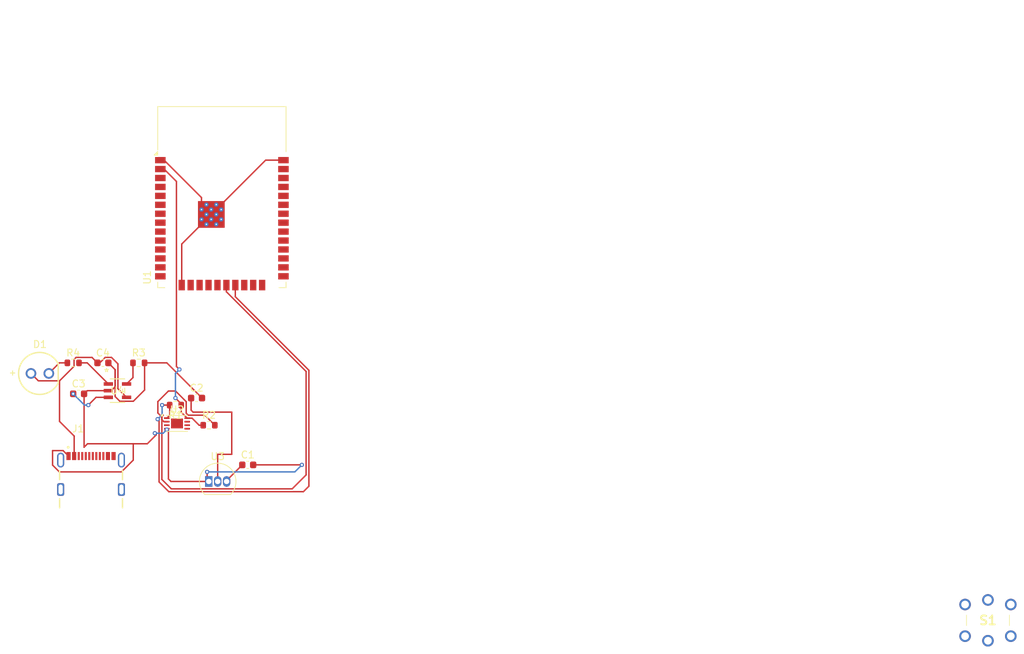
<source format=kicad_pcb>
(kicad_pcb (version 20240108) (generator "pcbnew") (generator_version "8.0")
  (layers (0 "F.Cu" signal) (31 "B.Cu" signal) (34 "B.Paste" user) (35 "F.Paste" user) (36 "B.SilkS" user "B.Silkscreen") (37 "F.SilkS" user "F.Silkscreen") (38 "B.Mask" user) (39 "F.Mask" user) (44 "Edge.Cuts" user))
  (net 0 "")
  (net 1 "GND")
  (net 2 "Net-(U3-VO)")
  (net 3 "vbat")
  (net 4 "Net-(U4-VBAT)")
  (net 5 "Net-(J1-VBUS)")
  (net 6 "Net-(D1-Pad2)")
  (net 21 "Net-(U1-SDO{slash}SD0)")
  (net 22 "+3.3V")
  (net 23 "Net-(U1-SCK{slash}CLK)")
  (net 24 "Net-(U4-PROG)")
  (net 25 "Net-(U4-STAT)")
  (net 33 "Net-(U1-GND-Pad1)")
  (footprint "Resistor_SMD:R_0603_1608Metric" (layer "F.Cu") (at 120.5 107 180)
    (property "Reference" "R1" (at 0 -1.43 360) (layer "F.SilkS"))
    (property "Value" "R")
    (fp_line (start -0.237258 0.5225) (end 0.237258 0.5225) (stroke (width 0.12)) (layer "F.SilkS"))
    (fp_line (start -0.237258 -0.5225) (end 0.237258 -0.5225) (stroke (width 0.12)) (layer "F.SilkS"))
    (pad "1" smd roundrect (at -0.825 0 180) (size 0.8 0.95) (layers "F.Cu" "F.Paste" "F.Mask") (net 22 "+3.3V"))
    (pad "2" smd roundrect (at 0.825 0 180) (size 0.8 0.95) (layers "F.Cu" "F.Paste" "F.Mask") (net 21 "Net-(U1-SDO{slash}SD0)"))
  )
  (footprint "myproject:GCT_USB4105GFA120" (layer "F.Cu") (at 108.5 119)
    (property "Reference" "J1" (at -1.825 -8.635 0) (layer "F.SilkS"))
    (property "Value" "USB4105GFA120")
    (fp_line (start -4.47 -2.65) (end -4.47 -1.4) (stroke (width 0.2)) (layer "F.SilkS"))
    (fp_line (start -4.47 1.32) (end -4.47 2.6) (stroke (width 0.2)) (layer "F.SilkS"))
    (fp_line (start 4.47 -2.65) (end 4.47 -1.4) (stroke (width 0.2)) (layer "F.SilkS"))
    (fp_line (start 4.47 2.6) (end 4.47 1.32) (stroke (width 0.2)) (layer "F.SilkS"))
    (fp_circle (center -3.25 -6) (end -3.15 -6) (stroke (width 0.2)) (fill none) (layer "F.SilkS"))
    (pad "" np_thru_hole circle (at -2.89 -3.68) (size 0.65 0.65) (drill 0.65) (layers "*.Cu" "*.Mask"))
    (pad "" np_thru_hole circle (at 2.89 -3.68) (size 0.65 0.65) (drill 0.65) (layers "*.Cu" "*.Mask"))
    (pad "A1_B12" smd rect (at -3.2 -4.755) (size 0.6 1.15) (layers "F.Cu" "F.Paste" "F.Mask") (net 1 "GND"))
    (pad "A4_B9" smd rect (at -2.4 -4.755) (size 0.6 1.15) (layers "F.Cu" "F.Paste" "F.Mask") (net 5 "Net-(J1-VBUS)"))
    (pad "A5" smd rect (at -1.25 -4.755) (size 0.3 1.15) (layers "F.Cu" "F.Paste" "F.Mask"))
    (pad "A6" smd rect (at -0.25 -4.755) (size 0.3 1.15) (layers "F.Cu" "F.Paste" "F.Mask"))
    (pad "A7" smd rect (at 0.25 -4.755) (size 0.3 1.15) (layers "F.Cu" "F.Paste" "F.Mask"))
    (pad "A8" smd rect (at 1.25 -4.755) (size 0.3 1.15) (layers "F.Cu" "F.Paste" "F.Mask"))
    (pad "B1_A12" smd rect (at 3.2 -4.755) (size 0.6 1.15) (layers "F.Cu" "F.Paste" "F.Mask"))
    (pad "B4_A9" smd rect (at 2.4 -4.755) (size 0.6 1.15) (layers "F.Cu" "F.Paste" "F.Mask"))
    (pad "B5" smd rect (at 1.75 -4.755) (size 0.3 1.15) (layers "F.Cu" "F.Paste" "F.Mask"))
    (pad "B6" smd rect (at 0.75 -4.755) (size 0.3 1.15) (layers "F.Cu" "F.Paste" "F.Mask"))
    (pad "B7" smd rect (at -0.75 -4.755) (size 0.3 1.15) (layers "F.Cu" "F.Paste" "F.Mask"))
    (pad "B8" smd rect (at -1.75 -4.755) (size 0.3 1.15) (layers "F.Cu" "F.Paste" "F.Mask"))
    (pad "SH1" thru_hole oval (at -4.32 -4.18) (size 1 2.1) (drill oval 0.6 1.7) (layers "*.Cu" "*.Mask"))
    (pad "SH2" thru_hole oval (at 4.32 -4.18) (size 1 2.1) (drill oval 0.6 1.7) (layers "*.Cu" "*.Mask"))
    (pad "SH3" thru_hole roundrect (at -4.32 0) (size 1 1.8) (drill oval 0.6 1.4) (layers "*.Cu" "*.Mask"))
    (pad "SH4" thru_hole roundrect (at 4.32 0) (size 1 1.8) (drill oval 0.6 1.4) (layers "*.Cu" "*.Mask"))
  )
  (footprint "myproject:WL-TMRC_5MM" (layer "F.Cu") (at 101.23 102.5)
    (property "Reference" "D1" (at 0 -4.135 0) (layer "F.SilkS"))
    (property "Value" "WL-TMRC_5MM")
    (fp_line (start 2.6 -1.38) (end 2.6 1.38) (stroke (width 0.2)) (layer "F.SilkS"))
    (fp_arc (start 2.6 1.38) (mid -3.031505 0) (end 2.6 -1.38) (stroke (width 0.2)) (layer "F.SilkS"))
    (fp_text user "+" (at -3.88 -0.118 0) (layer "F.SilkS") (effects (font (size 0.8 0.8))))
    (pad "1" thru_hole circle (at -1.27 0) (size 1.508 1.508) (drill 1) (layers "*.Cu" "*.Mask") (net 5 "Net-(J1-VBUS)"))
    (pad "2" thru_hole circle (at 1.27 0) (size 1.508 1.508) (drill 1) (layers "*.Cu" "*.Mask") (net 6 "Net-(D1-Pad2)"))
  )
  (footprint "Capacitor_SMD:C_0603_1608Metric" (layer "F.Cu") (at 123.5 106)
    (property "Reference" "C2" (at 0 -1.43 0) (layer "F.SilkS"))
    (property "Value" "C")
    (fp_line (start -0.14058 -0.51) (end 0.14058 -0.51) (stroke (width 0.12)) (layer "F.SilkS"))
    (fp_line (start -0.14058 0.51) (end 0.14058 0.51) (stroke (width 0.12)) (layer "F.SilkS"))
    (pad "1" smd roundrect (at -0.775 0) (size 0.9 0.95) (layers "F.Cu" "F.Paste" "F.Mask") (net 3 "vbat"))
    (pad "2" smd roundrect (at 0.775 0) (size 0.9 0.95) (layers "F.Cu" "F.Paste" "F.Mask") (net 1 "GND"))
  )
  (footprint "Capacitor_SMD:C_0603_1608Metric" (layer "F.Cu") (at 106.735 105.400002)
    (property "Reference" "C3" (at 0 -1.43 0) (layer "F.SilkS"))
    (property "Value" "C")
    (fp_line (start -0.14058 -0.51) (end 0.14058 -0.51) (stroke (width 0.12)) (layer "F.SilkS"))
    (fp_line (start -0.14058 0.51) (end 0.14058 0.51) (stroke (width 0.12)) (layer "F.SilkS"))
    (pad "1" smd roundrect (at -0.775 0) (size 0.9 0.95) (layers "F.Cu" "F.Paste" "F.Mask") (net 4 "Net-(U4-VBAT)"))
    (pad "2" smd roundrect (at 0.775 0) (size 0.9 0.95) (layers "F.Cu" "F.Paste" "F.Mask") (net 1 "GND"))
  )
  (footprint "Resistor_SMD:R_0603_1608Metric" (layer "F.Cu") (at 125.27 109.86)
    (property "Reference" "R2" (at 0 -1.43 0) (layer "F.SilkS"))
    (property "Value" "R")
    (fp_line (start -0.237258 -0.5225) (end 0.237258 -0.5225) (stroke (width 0.12)) (layer "F.SilkS"))
    (fp_line (start -0.237258 0.5225) (end 0.237258 0.5225) (stroke (width 0.12)) (layer "F.SilkS"))
    (pad "1" smd roundrect (at -0.825 0) (size 0.8 0.95) (layers "F.Cu" "F.Paste" "F.Mask") (net 22 "+3.3V"))
    (pad "2" smd roundrect (at 0.825 0) (size 0.8 0.95) (layers "F.Cu" "F.Paste" "F.Mask") (net 23 "Net-(U1-SCK{slash}CLK)"))
  )
  (footprint "RF_Module:ESP32-WROOM-32D" (layer "F.Cu") (at 127.1 80.43)
    (property "Reference" "U1" (at -10.61 8.43 90) (layer "F.SilkS"))
    (property "Value" "ESP32-WROOM-32D")
    (fp_line (start -9.12 -15.86) (end -9.12 -9.7) (stroke (width 0.12)) (layer "F.SilkS"))
    (fp_line (start -9.12 -15.86) (end 9.12 -15.86) (stroke (width 0.12)) (layer "F.SilkS"))
    (fp_line (start -9.12 9.1) (end -9.12 9.88) (stroke (width 0.12)) (layer "F.SilkS"))
    (fp_line (start -9.12 9.88) (end -8.12 9.88) (stroke (width 0.12)) (layer "F.SilkS"))
    (fp_line (start 9.12 -15.86) (end 9.12 -9.445) (stroke (width 0.12)) (layer "F.SilkS"))
    (fp_line (start 9.12 9.1) (end 9.12 9.88) (stroke (width 0.12)) (layer "F.SilkS"))
    (fp_line (start 9.12 9.88) (end 8.12 9.88) (stroke (width 0.12)) (layer "F.SilkS"))
    (fp_poly (pts (xy -9.125 -8.975) (xy -9.625 -8.975) (xy -9.125 -9.475) (xy -9.125 -8.975)) (stroke (width 0.12)) (fill solid) (layer "F.SilkS"))
    (pad "1" smd rect (at -8.75 -8.25) (size 1.5 0.9) (layers "F.Cu" "F.Paste" "F.Mask") (net 33 "Net-(U1-GND-Pad1)"))
    (pad "2" smd rect (at -8.75 -6.98) (size 1.5 0.9) (layers "F.Cu" "F.Paste" "F.Mask") (net 22 "+3.3V"))
    (pad "3" smd rect (at -8.75 -5.71) (size 1.5 0.9) (layers "F.Cu" "F.Paste" "F.Mask"))
    (pad "4" smd rect (at -8.75 -4.44) (size 1.5 0.9) (layers "F.Cu" "F.Paste" "F.Mask"))
    (pad "5" smd rect (at -8.75 -3.17) (size 1.5 0.9) (layers "F.Cu" "F.Paste" "F.Mask"))
    (pad "6" smd rect (at -8.75 -1.9) (size 1.5 0.9) (layers "F.Cu" "F.Paste" "F.Mask"))
    (pad "7" smd rect (at -8.75 -0.63) (size 1.5 0.9) (layers "F.Cu" "F.Paste" "F.Mask"))
    (pad "8" smd rect (at -8.75 0.64) (size 1.5 0.9) (layers "F.Cu" "F.Paste" "F.Mask"))
    (pad "9" smd rect (at -8.75 1.91) (size 1.5 0.9) (layers "F.Cu" "F.Paste" "F.Mask"))
    (pad "10" smd rect (at -8.75 3.18) (size 1.5 0.9) (layers "F.Cu" "F.Paste" "F.Mask"))
    (pad "11" smd rect (at -8.75 4.45) (size 1.5 0.9) (layers "F.Cu" "F.Paste" "F.Mask"))
    (pad "12" smd rect (at -8.75 5.72) (size 1.5 0.9) (layers "F.Cu" "F.Paste" "F.Mask"))
    (pad "13" smd rect (at -8.75 6.99) (size 1.5 0.9) (layers "F.Cu" "F.Paste" "F.Mask"))
    (pad "14" smd rect (at -8.75 8.26) (size 1.5 0.9) (layers "F.Cu" "F.Paste" "F.Mask"))
    (pad "15" smd rect (at -5.71 9.51 90) (size 1.5 0.9) (layers "F.Cu" "F.Paste" "F.Mask") (net 33 "Net-(U1-GND-Pad1)"))
    (pad "16" smd rect (at -4.44 9.51 90) (size 1.5 0.9) (layers "F.Cu" "F.Paste" "F.Mask"))
    (pad "17" smd rect (at -3.17 9.51 90) (size 1.5 0.9) (layers "F.Cu" "F.Paste" "F.Mask"))
    (pad "18" smd rect (at -1.9 9.51 90) (size 1.5 0.9) (layers "F.Cu" "F.Paste" "F.Mask"))
    (pad "19" smd rect (at -0.63 9.51 90) (size 1.5 0.9) (layers "F.Cu" "F.Paste" "F.Mask"))
    (pad "20" smd rect (at 0.64 9.51 90) (size 1.5 0.9) (layers "F.Cu" "F.Paste" "F.Mask") (net 23 "Net-(U1-SCK{slash}CLK)"))
    (pad "21" smd rect (at 1.91 9.51 90) (size 1.5 0.9) (layers "F.Cu" "F.Paste" "F.Mask") (net 21 "Net-(U1-SDO{slash}SD0)"))
    (pad "22" smd rect (at 3.18 9.51 90) (size 1.5 0.9) (layers "F.Cu" "F.Paste" "F.Mask"))
    (pad "23" smd rect (at 4.45 9.51 90) (size 1.5 0.9) (layers "F.Cu" "F.Paste" "F.Mask"))
    (pad "24" smd rect (at 5.72 9.51 90) (size 1.5 0.9) (layers "F.Cu" "F.Paste" "F.Mask"))
    (pad "25" smd rect (at 8.75 8.26) (size 1.5 0.9) (layers "F.Cu" "F.Paste" "F.Mask"))
    (pad "26" smd rect (at 8.75 6.99) (size 1.5 0.9) (layers "F.Cu" "F.Paste" "F.Mask"))
    (pad "27" smd rect (at 8.75 5.72) (size 1.5 0.9) (layers "F.Cu" "F.Paste" "F.Mask"))
    (pad "28" smd rect (at 8.75 4.45) (size 1.5 0.9) (layers "F.Cu" "F.Paste" "F.Mask"))
    (pad "29" smd rect (at 8.75 3.18) (size 1.5 0.9) (layers "F.Cu" "F.Paste" "F.Mask"))
    (pad "30" smd rect (at 8.75 1.91) (size 1.5 0.9) (layers "F.Cu" "F.Paste" "F.Mask"))
    (pad "31" smd rect (at 8.75 0.64) (size 1.5 0.9) (layers "F.Cu" "F.Paste" "F.Mask"))
    (pad "32" smd rect (at 8.75 -0.63) (size 1.5 0.9) (layers "F.Cu" "F.Paste" "F.Mask"))
    (pad "33" smd rect (at 8.75 -1.9) (size 1.5 0.9) (layers "F.Cu" "F.Paste" "F.Mask"))
    (pad "34" smd rect (at 8.75 -3.17) (size 1.5 0.9) (layers "F.Cu" "F.Paste" "F.Mask"))
    (pad "35" smd rect (at 8.75 -4.44) (size 1.5 0.9) (layers "F.Cu" "F.Paste" "F.Mask"))
    (pad "36" smd rect (at 8.75 -5.71) (size 1.5 0.9) (layers "F.Cu" "F.Paste" "F.Mask"))
    (pad "37" smd rect (at 8.75 -6.98) (size 1.5 0.9) (layers "F.Cu" "F.Paste" "F.Mask"))
    (pad "38" smd rect (at 8.75 -8.25) (size 1.5 0.9) (layers "F.Cu" "F.Paste" "F.Mask") (net 33 "Net-(U1-GND-Pad1)"))
    (pad "39" smd rect (at -2.9 -1.93) (size 0.9 0.9) (layers "F.Cu" "F.Paste") (net 33 "Net-(U1-GND-Pad1)"))
    (pad "39" thru_hole circle (at -2.9 -1.23) (size 0.6 0.6) (drill 0.2) (property pad_prop_heatsink) (layers "*.Cu" "F.Mask") (net 33 "Net-(U1-GND-Pad1)"))
    (pad "39" smd rect (at -2.9 -0.53) (size 0.9 0.9) (layers "F.Cu" "F.Paste") (net 33 "Net-(U1-GND-Pad1)"))
    (pad "39" thru_hole circle (at -2.9 0.17) (size 0.6 0.6) (drill 0.2) (property pad_prop_heatsink) (layers "*.Cu" "F.Mask") (net 33 "Net-(U1-GND-Pad1)"))
    (pad "39" smd rect (at -2.9 0.87) (size 0.9 0.9) (layers "F.Cu" "F.Paste") (net 33 "Net-(U1-GND-Pad1)"))
    (pad "39" thru_hole circle (at -2.2 -1.93) (size 0.6 0.6) (drill 0.2) (property pad_prop_heatsink) (layers "*.Cu" "F.Mask") (net 33 "Net-(U1-GND-Pad1)"))
    (pad "39" thru_hole circle (at -2.2 -0.53) (size 0.6 0.6) (drill 0.2) (property pad_prop_heatsink) (layers "*.Cu" "F.Mask") (net 33 "Net-(U1-GND-Pad1)"))
    (pad "39" thru_hole circle (at -2.2 0.87) (size 0.6 0.6) (drill 0.2) (property pad_prop_heatsink) (layers "*.Cu" "F.Mask") (net 33 "Net-(U1-GND-Pad1)"))
    (pad "39" thru_hole circle (at -1.525 -1.23) (size 0.6 0.6) (drill 0.2) (property pad_prop_heatsink) (layers "*.Cu" "F.Mask") (net 33 "Net-(U1-GND-Pad1)"))
    (pad "39" thru_hole circle (at -1.525 0.17) (size 0.6 0.6) (drill 0.2) (property pad_prop_heatsink) (layers "*.Cu" "F.Mask") (net 33 "Net-(U1-GND-Pad1)"))
    (pad "39" smd rect (at -1.5 -1.93) (size 0.9 0.9) (layers "F.Cu" "F.Paste") (net 33 "Net-(U1-GND-Pad1)"))
    (pad "39" smd rect (at -1.5 -0.53) (size 0.9 0.9) (layers "F.Cu" "F.Paste") (net 33 "Net-(U1-GND-Pad1)"))
    (pad "39" smd rect (at -1.5 -0.53) (size 3.8 3.8) (layers "F.Cu" "F.Mask") (net 33 "Net-(U1-GND-Pad1)"))
    (pad "39" smd rect (at -1.5 0.87) (size 0.9 0.9) (layers "F.Cu" "F.Paste") (net 33 "Net-(U1-GND-Pad1)"))
    (pad "39" thru_hole circle (at -0.8 -1.93) (size 0.6 0.6) (drill 0.2) (property pad_prop_heatsink) (layers "*.Cu" "F.Mask") (net 33 "Net-(U1-GND-Pad1)"))
    (pad "39" thru_hole circle (at -0.8 -0.53) (size 0.6 0.6) (drill 0.2) (property pad_prop_heatsink) (layers "*.Cu" "F.Mask") (net 33 "Net-(U1-GND-Pad1)"))
    (pad "39" thru_hole circle (at -0.8 0.87) (size 0.6 0.6) (drill 0.2) (property pad_prop_heatsink) (layers "*.Cu" "F.Mask") (net 33 "Net-(U1-GND-Pad1)"))
    (pad "39" smd rect (at -0.1 -1.93) (size 0.9 0.9) (layers "F.Cu" "F.Paste") (net 33 "Net-(U1-GND-Pad1)"))
    (pad "39" thru_hole circle (at -0.1 -1.23) (size 0.6 0.6) (drill 0.2) (property pad_prop_heatsink) (layers "*.Cu" "F.Mask") (net 33 "Net-(U1-GND-Pad1)"))
    (pad "39" smd rect (at -0.1 -0.53) (size 0.9 0.9) (layers "F.Cu" "F.Paste") (net 33 "Net-(U1-GND-Pad1)"))
    (pad "39" thru_hole circle (at -0.1 0.17) (size 0.6 0.6) (drill 0.2) (property pad_prop_heatsink) (layers "*.Cu" "F.Mask") (net 33 "Net-(U1-GND-Pad1)"))
    (pad "39" smd rect (at -0.1 0.87) (size 0.9 0.9) (layers "F.Cu" "F.Paste") (net 33 "Net-(U1-GND-Pad1)"))
  )
  (footprint "Package_DFN_QFN:DFN-8-1EP_3x2mm_P0.5mm_EP1.7x1.4mm" (layer "F.Cu") (at 120.72 109.61)
    (property "Reference" "U2" (at 0 -1.95 0) (layer "F.SilkS"))
    (property "Value" "MCP9808_DFN")
    (fp_line (start -1.5 -1.135) (end 1.5 -1.135) (stroke (width 0.12)) (layer "F.SilkS"))
    (fp_line (start -1.5 1.135) (end 1.5 1.135) (stroke (width 0.12)) (layer "F.SilkS"))
    (fp_poly (pts (xy -2.02 -1.05) (xy -2.3 -1.05) (xy -2.02 -1.33) (xy -2.02 -1.05)) (stroke (width 0.12)) (fill solid) (layer "F.SilkS"))
    (pad "1" smd roundrect (at -1.45 -0.75) (size 0.8 0.25) (layers "F.Cu" "F.Paste" "F.Mask") (net 21 "Net-(U1-SDO{slash}SD0)"))
    (pad "2" smd roundrect (at -1.45 -0.25) (size 0.8 0.25) (layers "F.Cu" "F.Paste" "F.Mask") (net 23 "Net-(U1-SCK{slash}CLK)"))
    (pad "3" smd roundrect (at -1.45 0.25) (size 0.8 0.25) (layers "F.Cu" "F.Paste" "F.Mask"))
    (pad "4" smd roundrect (at -1.45 0.75) (size 0.8 0.25) (layers "F.Cu" "F.Paste" "F.Mask") (net 1 "GND"))
    (pad "5" smd roundrect (at 1.45 0.75) (size 0.8 0.25) (layers "F.Cu" "F.Paste" "F.Mask"))
    (pad "6" smd roundrect (at 1.45 0.25) (size 0.8 0.25) (layers "F.Cu" "F.Paste" "F.Mask"))
    (pad "7" smd roundrect (at 1.45 -0.25) (size 0.8 0.25) (layers "F.Cu" "F.Paste" "F.Mask"))
    (pad "8" smd roundrect (at 1.45 -0.75) (size 0.8 0.25) (layers "F.Cu" "F.Paste" "F.Mask") (net 22 "+3.3V"))
    (pad "9" smd rect (at 0 0) (size 1.7 1.4) (property pad_prop_heatsink) (layers "F.Cu" "F.Mask"))
  )
  (footprint "Capacitor_SMD:C_0603_1608Metric" (layer "F.Cu") (at 130.775 115.5)
    (property "Reference" "C1" (at 0 -1.43 0) (layer "F.SilkS"))
    (property "Value" "C")
    (fp_line (start -0.14058 -0.51) (end 0.14058 -0.51) (stroke (width 0.12)) (layer "F.SilkS"))
    (fp_line (start -0.14058 0.51) (end 0.14058 0.51) (stroke (width 0.12)) (layer "F.SilkS"))
    (pad "1" smd roundrect (at -0.775 0) (size 0.9 0.95) (layers "F.Cu" "F.Paste" "F.Mask") (net 2 "Net-(U3-VO)"))
    (pad "2" smd roundrect (at 0.775 0) (size 0.9 0.95) (layers "F.Cu" "F.Paste" "F.Mask") (net 1 "GND"))
  )
  (footprint "Package_TO_SOT_THT:TO-92_Inline" (layer "F.Cu") (at 125.23 117.86)
    (property "Reference" "U3" (at 1.27 -3.56 0) (layer "F.SilkS"))
    (property "Value" "MCP1700x-330xxTO")
    (fp_line (start -0.53 1.85) (end 3.07 1.85) (stroke (width 0.12)) (layer "F.SilkS"))
    (fp_arc (start -0.568478 1.838478) (mid -1.132087 -0.994977) (end 1.27 -2.6) (stroke (width 0.12)) (layer "F.SilkS"))
    (fp_arc (start 1.27 -2.6) (mid 3.672087 -0.994977) (end 3.108478 1.838478) (stroke (width 0.12)) (layer "F.SilkS"))
    (pad "1" thru_hole rect (at 0 0) (size 1.05 1.5) (drill 0.75) (layers "*.Cu" "*.Mask") (net 1 "GND"))
    (pad "2" thru_hole oval (at 1.27 0) (size 1.05 1.5) (drill 0.75) (layers "*.Cu" "*.Mask") (net 3 "vbat"))
    (pad "3" thru_hole oval (at 2.54 0) (size 1.05 1.5) (drill 0.75) (layers "*.Cu" "*.Mask") (net 2 "Net-(U3-VO)"))
  )
  (footprint "Capacitor_SMD:C_0603_1608Metric" (layer "F.Cu") (at 110.185 101)
    (property "Reference" "C4" (at 0 -1.43 0) (layer "F.SilkS"))
    (property "Value" "C")
    (fp_line (start -0.14058 -0.51) (end 0.14058 -0.51) (stroke (width 0.12)) (layer "F.SilkS"))
    (fp_line (start -0.14058 0.51) (end 0.14058 0.51) (stroke (width 0.12)) (layer "F.SilkS"))
    (pad "1" smd roundrect (at -0.775 0) (size 0.9 0.95) (layers "F.Cu" "F.Paste" "F.Mask") (net 5 "Net-(J1-VBUS)"))
    (pad "2" smd roundrect (at 0.775 0) (size 0.9 0.95) (layers "F.Cu" "F.Paste" "F.Mask") (net 1 "GND"))
  )
  (footprint "Resistor_SMD:R_0603_1608Metric" (layer "F.Cu") (at 115.285 101)
    (property "Reference" "R3" (at 0 -1.43 0) (layer "F.SilkS"))
    (property "Value" "R")
    (fp_line (start -0.237258 -0.5225) (end 0.237258 -0.5225) (stroke (width 0.12)) (layer "F.SilkS"))
    (fp_line (start -0.237258 0.5225) (end 0.237258 0.5225) (stroke (width 0.12)) (layer "F.SilkS"))
    (pad "1" smd roundrect (at -0.825 0) (size 0.8 0.95) (layers "F.Cu" "F.Paste" "F.Mask") (net 24 "Net-(U4-PROG)"))
    (pad "2" smd roundrect (at 0.825 0) (size 0.8 0.95) (layers "F.Cu" "F.Paste" "F.Mask") (net 1 "GND"))
  )
  (footprint "myproject:SOT-23-5_MC_MCH" (layer "F.Cu") (at 112.2554 104.950001)
    (property "Reference" "U4" (at 0 0 0) (layer "F.SilkS"))
    (property "Value" "MCP73831T-2DCI/OT")
    (fp_line (start -1.0287 1.6764) (end 1.0287 1.6764) (stroke (width 0.1524)) (layer "F.SilkS"))
    (fp_line (start 1.0287 -1.6764) (end -1.0287 -1.6764) (stroke (width 0.1524)) (layer "F.SilkS"))
    (fp_line (start 1.0287 0.363261) (end 1.0287 -0.363261) (stroke (width 0.1524)) (layer "F.SilkS"))
    (fp_text user "*" (at -1.5494 -2.601 0) (layer "F.SilkS"))
    (fp_text user "*" (at -1.5494 -2.601 0) (layer "F.SilkS"))
    (pad "1" smd rect (at -1.2954 -0.950001) (size 1.3208 0.508) (layers "F.Cu" "F.Paste" "F.Mask") (net 25 "Net-(U4-STAT)"))
    (pad "2" smd rect (at -1.2954 0) (size 1.3208 0.508) (layers "F.Cu" "F.Paste" "F.Mask") (net 1 "GND"))
    (pad "3" smd rect (at -1.2954 0.950001) (size 1.3208 0.508) (layers "F.Cu" "F.Paste" "F.Mask") (net 4 "Net-(U4-VBAT)"))
    (pad "4" smd rect (at 1.2954 0.950001) (size 1.3208 0.508) (layers "F.Cu" "F.Paste" "F.Mask") (net 5 "Net-(J1-VBUS)"))
    (pad "5" smd rect (at 1.2954 -0.950001) (size 1.3208 0.508) (layers "F.Cu" "F.Paste" "F.Mask") (net 24 "Net-(U4-PROG)"))
  )
  (footprint "Resistor_SMD:R_0603_1608Metric" (layer "F.Cu") (at 105.96 101)
    (property "Reference" "R4" (at 0 -1.43 0) (layer "F.SilkS"))
    (property "Value" "R")
    (fp_line (start -0.237258 -0.5225) (end 0.237258 -0.5225) (stroke (width 0.12)) (layer "F.SilkS"))
    (fp_line (start -0.237258 0.5225) (end 0.237258 0.5225) (stroke (width 0.12)) (layer "F.SilkS"))
    (pad "1" smd roundrect (at -0.825 0) (size 0.8 0.95) (layers "F.Cu" "F.Paste" "F.Mask") (net 6 "Net-(D1-Pad2)"))
    (pad "2" smd roundrect (at 0.825 0) (size 0.8 0.95) (layers "F.Cu" "F.Paste" "F.Mask") (net 25 "Net-(U4-STAT)"))
  )
  (footprint "myproject:ILSTA18060" (layer "F.Cu") (at 232.75 135.35)
    (property "Reference" "S1" (at 3.25 2.25 0) (layer "F.SilkS") (effects (font (size 1.27 1.27) (thickness 0.254))))
    (property "Value" "ILS_TA180_60" (hide yes))
    (fp_line (start 0.2 1.5) (end 0.2 3) (stroke (width 0.1)) (layer "F.SilkS"))
    (fp_line (start 6.3 1.5) (end 6.3 3) (stroke (width 0.1)) (layer "F.SilkS"))
    (pad "1" thru_hole circle (at 0 0) (size 1.65 1.65) (drill 1.1) (layers "*.Cu" "*.Mask"))
    (pad "2" thru_hole circle (at 6.5 0) (size 1.65 1.65) (drill 1.1) (layers "*.Cu" "*.Mask"))
    (pad "3" thru_hole circle (at 0 4.5) (size 1.65 1.65) (drill 1.1) (layers "*.Cu" "*.Mask"))
    (pad "4" thru_hole circle (at 6.5 4.5) (size 1.65 1.65) (drill 1.1) (layers "*.Cu" "*.Mask"))
    (pad "5" thru_hole circle (at 3.25 5.15) (size 1.65 1.65) (drill 1.1) (layers "*.Cu" "*.Mask"))
    (pad "6" thru_hole circle (at 3.25 -0.65) (size 1.65 1.65) (drill 1.1) (layers "*.Cu" "*.Mask"))
  )
  (segment (start 111.3664 104.950001) (end 110.96 104.950001) (width 0.2) (layer "F.Cu") (net 1))
  (segment (start 105.3 114.245) (end 104.525 113.47) (width 0.2) (layer "F.Cu") (net 1))
  (segment (start 119.275 101) (end 116.11 101) (width 0.2) (layer "F.Cu") (net 1))
  (segment (start 114.5 114.821371) (end 114.5 112.5) (width 0.2) (layer "F.Cu") (net 1))
  (segment (start 111.9204 102) (end 111.9204 104.396001) (width 0.2) (layer "F.Cu") (net 1))
  (segment (start 119.27 110.36) (end 119 110.63) (width 0.2) (layer "F.Cu") (net 1))
  (segment (start 107.960001 104.950001) (end 110.96 104.950001) (width 0.2) (layer "F.Cu") (net 1))
  (segment (start 107.51 112.99) (end 107.51 105.400002) (width 0.2) (layer "F.Cu") (net 1))
  (segment (start 125.23 117.86) (end 119.86 117.86) (width 0.2) (layer "F.Cu") (net 1))
  (segment (start 125 116.5) (end 125 117.63) (width 0.2) (layer "F.Cu") (net 1))
  (segment (start 119.5 110.59) (end 119.27 110.36) (width 0.2) (layer "F.Cu") (net 1))
  (segment (start 104.525 113.47) (end 103.03 113.47) (width 0.2) (layer "F.Cu") (net 1))
  (segment (start 125 117.63) (end 125.23 117.86) (width 0.2) (layer "F.Cu") (net 1))
  (segment (start 117.77 111.2) (end 117.57 111) (width 0.2) (layer "F.Cu") (net 1))
  (segment (start 111.9204 104.396001) (end 111.3664 104.950001) (width 0.2) (layer "F.Cu") (net 1))
  (segment (start 119.86 117.86) (end 119.5 117.5) (width 0.2) (layer "F.Cu") (net 1))
  (segment (start 103.03 115.53) (end 104 116.5) (width 0.2) (layer "F.Cu") (net 1))
  (segment (start 111.9204 101.9604) (end 111.9204 102) (width 0.2) (layer "F.Cu") (net 1))
  (segment (start 114.5112 106.454002) (end 112.5904 106.454002) (width 0.2) (layer "F.Cu") (net 1))
  (segment (start 114.5 112.5) (end 116.5 112.5) (width 0.2) (layer "F.Cu") (net 1))
  (segment (start 116.5 112.5) (end 117.77 111.23) (width 0.2) (layer "F.Cu") (net 1))
  (segment (start 104 116.5) (end 112.821371 116.5) (width 0.2) (layer "F.Cu") (net 1))
  (segment (start 131.55 115.5) (end 138.47 115.5) (width 0.2) (layer "F.Cu") (net 1))
  (segment (start 117.77 111.23) (end 117.77 111.2) (width 0.2) (layer "F.Cu") (net 1))
  (segment (start 108 112.5) (end 107.51 112.99) (width 0.2) (layer "F.Cu") (net 1))
  (segment (start 111.9204 105.784002) (end 111.9204 102) (width 0.2) (layer "F.Cu") (net 1))
  (segment (start 112.5904 106.454002) (end 111.9204 105.784002) (width 0.2) (layer "F.Cu") (net 1))
  (segment (start 116.11 101) (end 116.11 104.855202) (width 0.2) (layer "F.Cu") (net 1))
  (segment (start 119.5 117.5) (end 119.5 110.59) (width 0.2) (layer "F.Cu") (net 1))
  (segment (start 116.11 104.855202) (end 114.5112 106.454002) (width 0.2) (layer "F.Cu") (net 1))
  (segment (start 124.275 106) (end 119.275 101) (width 0.2) (layer "F.Cu") (net 1))
  (segment (start 103.03 113.47) (end 103.03 115.53) (width 0.2) (layer "F.Cu") (net 1))
  (segment (start 114.5 112.5) (end 108 112.5) (width 0.2) (layer "F.Cu") (net 1))
  (segment (start 110.96 101) (end 111.9204 101.9604) (width 0.2) (layer "F.Cu") (net 1))
  (segment (start 112.821371 116.5) (end 114.5 114.821371) (width 0.2) (layer "F.Cu") (net 1))
  (segment (start 107.51 105.400002) (end 107.960001 104.950001) (width 0.2) (layer "F.Cu") (net 1))
  (via (at 119.27 110.485) (size 0.6) (drill 0.3) (layers "F.Cu" "B.Cu") (net 1))
  (via (at 125 116.5) (size 0.6) (drill 0.3) (layers "F.Cu" "B.Cu") (net 1))
  (via (at 138.47 115.5) (size 0.6) (drill 0.3) (layers "F.Cu" "B.Cu") (net 1))
  (via (at 117.57 111) (size 0.6) (drill 0.3) (layers "F.Cu" "B.Cu") (net 1))
  (segment (start 118.755 111) (end 119.27 110.485) (width 0.2) (layer "B.Cu") (net 1))
  (segment (start 137.47 116.5) (end 125 116.5) (width 0.2) (layer "B.Cu") (net 1))
  (segment (start 138.47 115.5) (end 137.47 116.5) (width 0.2) (layer "B.Cu") (net 1))
  (segment (start 117.57 111) (end 118.755 111) (width 0.2) (layer "B.Cu") (net 1))
  (segment (start 127.77 117.86) (end 127.77 117.73) (width 0.2) (layer "F.Cu") (net 2))
  (segment (start 127.77 117.73) (end 130 115.5) (width 0.2) (layer "F.Cu") (net 2))
  (segment (start 123 108) (end 122.725 107.725) (width 0.2) (layer "F.Cu") (net 3))
  (segment (start 122.725 107.725) (end 122.725 106) (width 0.2) (layer "F.Cu") (net 3))
  (segment (start 128.5 114) (end 128.5 108) (width 0.2) (layer "F.Cu") (net 3))
  (segment (start 126.5 114) (end 128.5 114) (width 0.2) (layer "F.Cu") (net 3))
  (segment (start 126.5 117.86) (end 126.5 114) (width 0.2) (layer "F.Cu") (net 3))
  (segment (start 128.5 108) (end 123 108) (width 0.2) (layer "F.Cu") (net 3))
  (segment (start 109.209998 105.900002) (end 108.11 107) (width 0.2) (layer "F.Cu") (net 4))
  (segment (start 110.96 105.900002) (end 109.209998 105.900002) (width 0.2) (layer "F.Cu") (net 4))
  (via (at 108.11 107) (size 0.6) (drill 0.3) (layers "F.Cu" "B.Cu") (net 4))
  (via (at 105.96 105.400002) (size 0.6) (drill 0.3) (layers "F.Cu" "B.Cu") (net 4))
  (segment (start 107.559998 107) (end 105.96 105.400002) (width 0.2) (layer "B.Cu") (net 4))
  (segment (start 108.11 107) (end 107.559998 107) (width 0.2) (layer "B.Cu") (net 4))
  (segment (start 101.014 103.554) (end 104.018648 103.554) (width 0.2) (layer "F.Cu") (net 5))
  (segment (start 112.3204 104.669602) (end 113.5508 105.900002) (width 0.2) (layer "F.Cu") (net 5))
  (segment (start 106.1 111.4) (end 104.018648 109.318648) (width 0.2) (layer "F.Cu") (net 5))
  (segment (start 104.018648 103.554) (end 106.085 101.487648) (width 0.2) (layer "F.Cu") (net 5))
  (segment (start 112.3204 101.136704) (end 112.3204 104.669602) (width 0.2) (layer "F.Cu") (net 5))
  (segment (start 111.408696 100.225) (end 112.3204 101.136704) (width 0.2) (layer "F.Cu") (net 5))
  (segment (start 108.635 100.225) (end 109.41 101) (width 0.2) (layer "F.Cu") (net 5))
  (segment (start 110.511304 100.225) (end 111.408696 100.225) (width 0.2) (layer "F.Cu") (net 5))
  (segment (start 109.41 101.326304) (end 110.511304 100.225) (width 0.2) (layer "F.Cu") (net 5))
  (segment (start 99.96 102.5) (end 101.014 103.554) (width 0.2) (layer "F.Cu") (net 5))
  (segment (start 106.372352 100.225) (end 108.635 100.225) (width 0.2) (layer "F.Cu") (net 5))
  (segment (start 104.018648 109.318648) (end 104.018648 103.554) (width 0.2) (layer "F.Cu") (net 5))
  (segment (start 106.085 100.512352) (end 106.372352 100.225) (width 0.2) (layer "F.Cu") (net 5))
  (segment (start 106.085 101.487648) (end 106.085 100.512352) (width 0.2) (layer "F.Cu") (net 5))
  (segment (start 109.41 101) (end 109.41 101.326304) (width 0.2) (layer "F.Cu") (net 5))
  (segment (start 106.1 114.245) (end 106.1 111.4) (width 0.2) (layer "F.Cu") (net 5))
  (segment (start 105.135 101) (end 104 101) (width 0.2) (layer "F.Cu") (net 6))
  (segment (start 104 101) (end 102.5 102.5) (width 0.2) (layer "F.Cu") (net 6))
  (segment (start 119.675 108.455) (end 119.27 108.86) (width 0.2) (layer "F.Cu") (net 21))
  (segment (start 139.47 102.054314) (end 139.47 118.53) (width 0.2) (layer "F.Cu") (net 21))
  (segment (start 119.554315 119.31) (end 118.17 117.925685) (width 0.2) (layer "F.Cu") (net 21))
  (segment (start 129.01 91.594314) (end 139.47 102.054314) (width 0.2) (layer "F.Cu") (net 21))
  (segment (start 119.27 108.86) (end 118.995 108.86) (width 0.2) (layer "F.Cu") (net 21))
  (segment (start 118.995 108.86) (end 118.97 108.835) (width 0.2) (layer "F.Cu") (net 21))
  (segment (start 119.675 107) (end 119.675 108.455) (width 0.2) (layer "F.Cu") (net 21))
  (segment (start 129.01 89.94) (end 129.01 91.594314) (width 0.2) (layer "F.Cu") (net 21))
  (segment (start 139.47 118.53) (end 138.69 119.31) (width 0.2) (layer "F.Cu") (net 21))
  (segment (start 138.69 119.31) (end 119.554315 119.31) (width 0.2) (layer "F.Cu") (net 21))
  (segment (start 119.27 108.86) (end 118.97 108.860001) (width 0.2) (layer "F.Cu") (net 21))
  (segment (start 119.675 107) (end 118.6 107) (width 0.2) (layer "F.Cu") (net 21))
  (segment (start 118.17 117.925685) (end 118.17 108.86) (width 0.2) (layer "F.Cu") (net 21))
  (via (at 117.97 109.001422) (size 0.6) (drill 0.3) (layers "F.Cu" "B.Cu") (net 21))
  (via (at 118.6 107) (size 0.6) (drill 0.3) (layers "F.Cu" "B.Cu") (net 21))
  (segment (start 118.6 107) (end 118.6 108) (width 0.2) (layer "B.Cu") (net 21))
  (segment (start 118.6 108.371422) (end 117.97 109.001422) (width 0.2) (layer "B.Cu") (net 21))
  (segment (start 118.6 108) (end 118.6 108.371422) (width 0.2) (layer "B.Cu") (net 21))
  (segment (start 118.35 73.45) (end 118.88 73.45) (width 0.2) (layer "F.Cu") (net 22))
  (segment (start 118.88 73.45) (end 120.64 75.21) (width 0.2) (layer "F.Cu") (net 22))
  (segment (start 120.64 101.51647) (end 121.061765 101.938235) (width 0.2) (layer "F.Cu") (net 22))
  (segment (start 122.86 108.86) (end 123.86 109.86) (width 0.2) (layer "F.Cu") (net 22))
  (segment (start 122.17 108.86) (end 122.86 108.86) (width 0.2) (layer "F.Cu") (net 22))
  (segment (start 120.64 75.21) (end 120.64 101.51647) (width 0.2) (layer "F.Cu") (net 22))
  (segment (start 122.17 108.86) (end 121.325 108.015) (width 0.2) (layer "F.Cu") (net 22))
  (segment (start 121.325 108.015) (end 121.325 107) (width 0.2) (layer "F.Cu") (net 22))
  (segment (start 121.325 107) (end 121.325 106.825) (width 0.2) (layer "F.Cu") (net 22))
  (segment (start 123.86 109.86) (end 124.445 109.86) (width 0.2) (layer "F.Cu") (net 22))
  (segment (start 121.325 106.825) (end 120.5 106) (width 0.2) (layer "F.Cu") (net 22))
  (via (at 120.5 106) (size 0.6) (drill 0.3) (layers "F.Cu" "B.Cu") (net 22))
  (via (at 121.061765 101.938235) (size 0.6) (drill 0.3) (layers "F.Cu" "B.Cu") (net 22))
  (segment (start 120.5 106) (end 120.5 102.5) (width 0.2) (layer "B.Cu") (net 22))
  (segment (start 120.5 102.5) (end 121.061765 101.938235) (width 0.2) (layer "B.Cu") (net 22))
  (segment (start 127.74 90.89) (end 139.07 102.22) (width 0.2) (layer "F.Cu") (net 23))
  (segment (start 118.57 117.57) (end 118.57 108.694315) (width 0.2) (layer "F.Cu") (net 23))
  (segment (start 139.07 116.93) (end 137.09 118.91) (width 0.2) (layer "F.Cu") (net 23))
  (segment (start 122.025 106.512352) (end 121.737648 106.225) (width 0.2) (layer "F.Cu") (net 23))
  (segment (start 119.91 118.91) (end 118.57 117.57) (width 0.2) (layer "F.Cu") (net 23))
  (segment (start 118.57 109.074386) (end 118.855614 109.36) (width 0.2) (layer "F.Cu") (net 23))
  (segment (start 127.74 89.94) (end 127.74 90.89) (width 0.2) (layer "F.Cu") (net 23))
  (segment (start 122.310686 108.435) (end 122.025 108.149314) (width 0.2) (layer "F.Cu") (net 23))
  (segment (start 124.67 108.435) (end 122.310686 108.435) (width 0.2) (layer "F.Cu") (net 23))
  (segment (start 118.57 108.694315) (end 118 108.124315) (width 0.2) (layer "F.Cu") (net 23))
  (segment (start 120.512648 105) (end 121.737648 106.225) (width 0.2) (layer "F.Cu") (net 23))
  (segment (start 139.07 102.22) (end 139.07 116.93) (width 0.2) (layer "F.Cu") (net 23))
  (segment (start 118.57 108.645614) (end 118.57 109.074386) (width 0.2) (layer "F.Cu") (net 23))
  (segment (start 126.095 109.86) (end 124.67 108.435) (width 0.2) (layer "F.Cu") (net 23))
  (segment (start 118.780614 108.435) (end 118.57 108.645614) (width 0.2) (layer "F.Cu") (net 23))
  (segment (start 118 106.5) (end 119.5 105) (width 0.2) (layer "F.Cu") (net 23))
  (segment (start 137.09 118.91) (end 119.91 118.91) (width 0.2) (layer "F.Cu") (net 23))
  (segment (start 118.855614 109.36) (end 119.27 109.36) (width 0.2) (layer "F.Cu") (net 23))
  (segment (start 122.025 108.149314) (end 122.025 106.512352) (width 0.2) (layer "F.Cu") (net 23))
  (segment (start 118 108.124315) (end 118 106.5) (width 0.2) (layer "F.Cu") (net 23))
  (segment (start 119.5 105) (end 120.512648 105) (width 0.2) (layer "F.Cu") (net 23))
  (segment (start 114.46 103.0908) (end 113.5508 104) (width 0.2) (layer "F.Cu") (net 24))
  (segment (start 114.46 101) (end 114.46 103.0908) (width 0.2) (layer "F.Cu") (net 24))
  (segment (start 106.785 101) (end 107.96 101) (width 0.2) (layer "F.Cu") (net 25))
  (segment (start 107.96 101) (end 110.96 104) (width 0.2) (layer "F.Cu") (net 25))
  (segment (start 118.35 72.18) (end 118.88 72.18) (width 0.2) (layer "F.Cu") (net 33))
  (segment (start 121.39 89.94) (end 121.39 84.11) (width 0.2) (layer "F.Cu") (net 33))
  (segment (start 121.39 84.11) (end 124.2 81.3) (width 0.2) (layer "F.Cu") (net 33))
  (segment (start 118.88 72.18) (end 124.2 77.5) (width 0.2) (layer "F.Cu") (net 33))
  (segment (start 135.85 72.18) (end 133.32 72.18) (width 0.2) (layer "F.Cu") (net 33))
  (segment (start 124.2 77.5) (end 124.2 78.5) (width 0.2) (layer "F.Cu") (net 33))
  (segment (start 133.32 72.18) (end 127 78.5) (width 0.2) (layer "F.Cu") (net 33))
)
</source>
